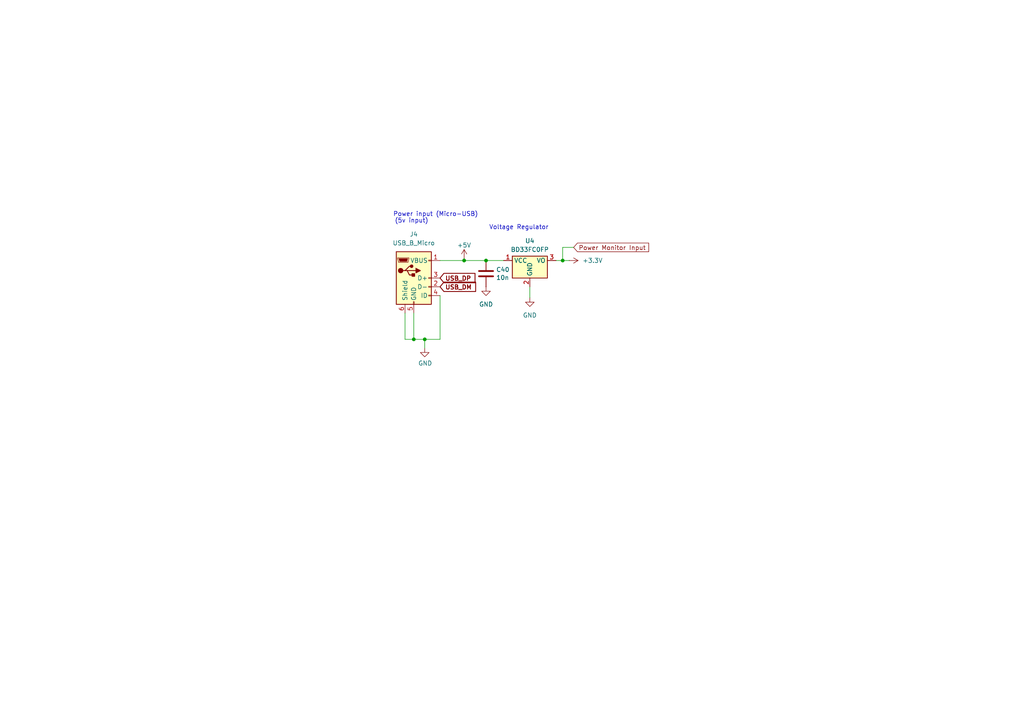
<source format=kicad_sch>
(kicad_sch (version 20250114) (generator "eeschema") (generator_version "9.0")
  (paper "A4")
  (lib_symbols
    (symbol "Connector:USB_B_Micro" (pin_names (offset 1.016))
      (property "Reference" "J2" (at 0 12.7 0))
      (property "Value" "USB_B_Micro" (at 0 10.16 0))
      (symbol "USB_B_Micro_0_1"
        (rectangle (start -5.08 -7.62) (end 5.08 7.62) (stroke (width 0.254)) (fill (type background)))
        (polyline (pts (xy -4.699 5.842) (xy -4.699 5.588) (xy -4.445 4.826) (xy -4.445 4.572) (xy -1.651 4.572) (xy -1.651 4.826) (xy -1.397 5.588) (xy -1.397 5.842) (xy -4.699 5.842)))
        (polyline (pts (xy -4.318 5.588) (xy -1.778 5.588) (xy -2.032 4.826) (xy -4.064 4.826) (xy -4.318 5.588)) (fill (type outline)))
        (circle (center -3.81 2.159) (radius 0.635) (stroke (width 0.254)) (fill (type outline)))
        (polyline (pts (xy -3.175 2.159) (xy -2.54 2.159) (xy -1.27 3.429) (xy -0.635 3.429)) (stroke (width 0.254)))
        (polyline (pts (xy -2.54 2.159) (xy -1.905 2.159) (xy -1.27 0.889) (xy 0 0.889)) (stroke (width 0.254)))
        (polyline (pts (xy -1.905 2.159) (xy 0.635 2.159)) (stroke (width 0.254)))
        (circle (center -0.635 3.429) (radius 0.381) (stroke (width 0.254)) (fill (type outline)))
        (rectangle (start -0.127 -7.62) (end 0.127 -6.858))
        (rectangle (start 0.254 1.27) (end -0.508 0.508) (stroke (width 0.254)) (fill (type outline)))
        (polyline (pts (xy 0.635 2.794) (xy 0.635 1.524) (xy 1.905 2.159) (xy 0.635 2.794)) (stroke (width 0.254)) (fill (type outline)))
        (rectangle (start 5.08 4.953) (end 4.318 5.207))
        (rectangle (start 5.08 -0.127) (end 4.318 0.127))
        (rectangle (start 5.08 -2.667) (end 4.318 -2.413))
        (rectangle (start 5.08 -5.207) (end 4.318 -4.953))
      )
      (symbol "USB_B_Micro_1_1"
        (pin passive line (at -2.54 -10.16 90) (length 2.54) (name "Shield") (number "6"))
        (pin power_out line (at 0 -10.16 90) (length 2.54) (name "GND") (number "5"))
        (pin power_out line (at 7.62 5.08 180) (length 2.54) (name "VBUS") (number "1"))
        (pin bidirectional line (at 7.62 0 180) (length 2.54) (name "D+") (number "3"))
        (pin bidirectional line (at 7.62 -2.54 180) (length 2.54) (name "D-") (number "2"))
        (pin passive line (at 7.62 -5.08 180) (length 2.54) (name "ID") (number "4"))
      )
    )
    (symbol "Device:C" (pin_numbers (hide yes)) (pin_names (offset 0.254))
      (property "Reference" "C" (at 0.635 2.54 0))
      (property "Value" "C" (at 0.635 -2.54 0))
      (symbol "C_0_1"
        (polyline (pts (xy -2.032 0.762) (xy 2.032 0.762)) (stroke (width 0.508)))
        (polyline (pts (xy -2.032 -0.762) (xy 2.032 -0.762)) (stroke (width 0.508)))
      )
      (symbol "C_1_1"
        (pin passive line (at 0 3.81 270) (length 2.794) (name "~") (number "1"))
        (pin passive line (at 0 -3.81 90) (length 2.794) (name "~") (number "2"))
      )
    )
    (symbol "Regulator_Linear:BD33FC0FP"
      (property "Reference" "U" (at 0 7.62 0))
      (property "Value" "BD33FC0FP" (at 0 5.08 0))
      (symbol "BD33FC0FP_1_1"
        (rectangle (start -5.08 -5.08) (end 5.08 1.27) (stroke (width 0.254)) (fill (type background)))
        (pin power_in line (at -7.62 0 0) (length 2.54) (name "VCC") (number "1"))
        (pin power_in line (at 0 -7.62 90) (length 2.54) (name "GND") (number "2"))
        (pin power_out line (at 7.62 0 180) (length 2.54) (name "VO") (number "3"))
      )
    )
    (symbol "power:+3.3V" (power) (pin_numbers (hide yes)) (pin_names (offset 0) (hide yes))
      (property "Value" "+3.3V" (at 0 3.556 0))
      (symbol "+3.3V_0_1"
        (polyline (pts (xy -0.762 1.27) (xy 0 2.54)))
        (polyline (pts (xy 0 2.54) (xy 0.762 1.27)))
        (polyline (pts (xy 0 0) (xy 0 2.54)))
      )
      (symbol "+3.3V_1_1"
        (pin power_in line (at 0 0 90) (length 0) (name "~") (number "1"))
      )
    )
    (symbol "power:+5V" (power) (pin_numbers (hide yes)) (pin_names (offset 0) (hide yes))
      (property "Value" "+5V" (at 0 3.556 0))
      (symbol "+5V_0_1"
        (polyline (pts (xy -0.762 1.27) (xy 0 2.54)))
        (polyline (pts (xy 0 2.54) (xy 0.762 1.27)))
        (polyline (pts (xy 0 0) (xy 0 2.54)))
      )
      (symbol "+5V_1_1"
        (pin power_in line (at 0 0 90) (length 0) (name "~") (number "1"))
      )
    )
    (symbol "power:GND" (power) (pin_numbers (hide yes)) (pin_names (offset 0) (hide yes))
      (property "Value" "GND" (at 0 -3.81 0))
      (symbol "GND_0_1"
        (polyline (pts (xy 0 0) (xy 0 -1.27) (xy 1.27 -1.27) (xy 0 -2.54) (xy -1.27 -1.27) (xy 0 -1.27)))
      )
      (symbol "GND_1_1"
        (pin power_in line (at 0 0 270) (length 0) (name "~") (number "1"))
      )
    )
  )
  (text "(5v input)" (at 119.38 64.135 0) (effects (font (size 1.27 1.27))))
  (text "Power input (Micro-USB)" (at 126.365 62.23 0) (effects (font (size 1.27 1.27))))
  (text "Voltage Regulator" (at 150.495 66.04 0) (effects (font (size 1.27 1.27))))
  (junction (at 163.195 75.565))
  (junction (at 120.015 98.425))
  (junction (at 140.97 75.565))
  (junction (at 134.62 75.565))
  (junction (at 123.19 98.425))
  (wire (pts (xy 127.635 85.725) (xy 127.635 98.425)))
  (wire (pts (xy 127.635 75.565) (xy 134.62 75.565)))
  (wire (pts (xy 117.475 98.425) (xy 120.015 98.425)))
  (wire (pts (xy 140.97 75.565) (xy 146.05 75.565)))
  (wire (pts (xy 120.015 98.425) (xy 123.19 98.425)))
  (wire (pts (xy 166.37 71.755) (xy 163.195 71.755)))
  (wire (pts (xy 120.015 90.805) (xy 120.015 98.425)))
  (wire (pts (xy 153.67 83.185) (xy 153.67 86.36)))
  (wire (pts (xy 123.19 98.425) (xy 127.635 98.425)))
  (wire (pts (xy 134.62 74.93) (xy 134.62 75.565)))
  (wire (pts (xy 163.195 71.755) (xy 163.195 75.565)))
  (wire (pts (xy 134.62 75.565) (xy 140.97 75.565)))
  (wire (pts (xy 161.29 75.565) (xy 163.195 75.565)))
  (wire (pts (xy 123.19 98.425) (xy 123.19 100.965)))
  (wire (pts (xy 117.475 90.805) (xy 117.475 98.425)))
  (wire (pts (xy 163.195 75.565) (xy 165.1 75.565)))
  (global_label "Power Monitor Input" (shape input) (at 166.37 71.755 0) (property "Intersheetrefs" "${INTERSHEET_REFS}" (effects (hide yes))))
  (global_label "USB_DM" (shape input) (at 127.635 83.185 0) (effects (font (thickness 0.254) (bold yes))) (property "Intersheetrefs" "${INTERSHEET_REFS}" (effects (hide yes))))
  (global_label "USB_DP" (shape input) (at 127.635 80.645 0) (effects (font (thickness 0.254) (bold yes))) (property "Intersheetrefs" "${INTERSHEET_REFS}" (effects (hide yes))))
  (symbol (lib_id "Device:C") (at 140.97 79.375 0) (unit 1)
    (property "Reference" "C40" (at 143.891 78.2066 0) (effects (justify left)))
    (property "Value" "10n" (at 143.891 80.518 0) (effects (justify left)))
    (property "Footprint" "Capacitor_SMD:C_0402_1005Metric" (effects (hide yes)))
  )
  (symbol (lib_id "power:+5V") (at 134.62 74.93 0) (unit 1)
    (property "Reference" "#PWR086" (effects (hide yes)))
    (property "Value" "+5V" (at 134.62 71.12 0))
    (property "Description" "Power symbol creates a global label with name \"+5V\"" (effects (hide yes)))
  )
  (symbol (lib_id "Connector:USB_B_Micro") (at 120.015 80.645 0) (unit 1)
    (property "Reference" "J4" (at 120.015 67.945 0))
    (property "Value" "USB_B_Micro" (at 120.015 70.485 0))
    (property "Footprint" "1my_footprints:microUSB" (effects (hide yes)))
    (property "Description" "USB Micro Type B connector" (effects (hide yes)))
  )
  (symbol (lib_id "power:GND") (at 123.19 100.965 0) (unit 1)
    (property "Reference" "#PWR089" (effects (hide yes)))
    (property "Value" "GND" (at 123.317 105.3592 0))
  )
  (symbol (lib_id "power:GND") (at 153.67 86.36 0) (unit 1)
    (property "Reference" "#PWR06" (effects (hide yes)))
    (property "Value" "GND" (at 153.67 91.44 0))
    (property "Description" "Power symbol creates a global label with name \"GND\" , ground" (effects (hide yes)))
  )
  (symbol (lib_id "power:GND") (at 140.97 83.185 0) (unit 1)
    (property "Reference" "#PWR087" (effects (hide yes)))
    (property "Value" "GND" (at 140.97 88.265 0))
    (property "Description" "Power symbol creates a global label with name \"GND\" , ground" (effects (hide yes)))
  )
  (symbol (lib_id "Regulator_Linear:BD33FC0FP") (at 153.67 75.565 0) (unit 1)
    (property "Reference" "U4" (at 153.67 69.85 0))
    (property "Value" "BD33FC0FP" (at 153.67 72.39 0))
    (property "Footprint" "Package_TO_SOT_SMD:TO-252-2" (effects (hide yes)))
    (property "Datasheet" "https://fscdn.rohm.com/en/products/databook/datasheet/ic/power/linear_regulator/bdxxfc0wefj-e.pdf" (effects (hide yes)))
    (property "Description" "1A, 3.3V LDO regulator with OVP & TSP, without enable, TO-252" (effects (hide yes)))
  )
  (symbol (lib_id "power:+3.3V") (at 165.1 75.565 270) (unit 1)
    (property "Reference" "#PWR088" (effects (hide yes)))
    (property "Value" "+3.3V" (at 168.91 75.5649 90) (effects (justify left)))
    (property "Description" "Power symbol creates a global label with name \"+3.3V\"" (effects (hide yes)))
  )
)
</source>
